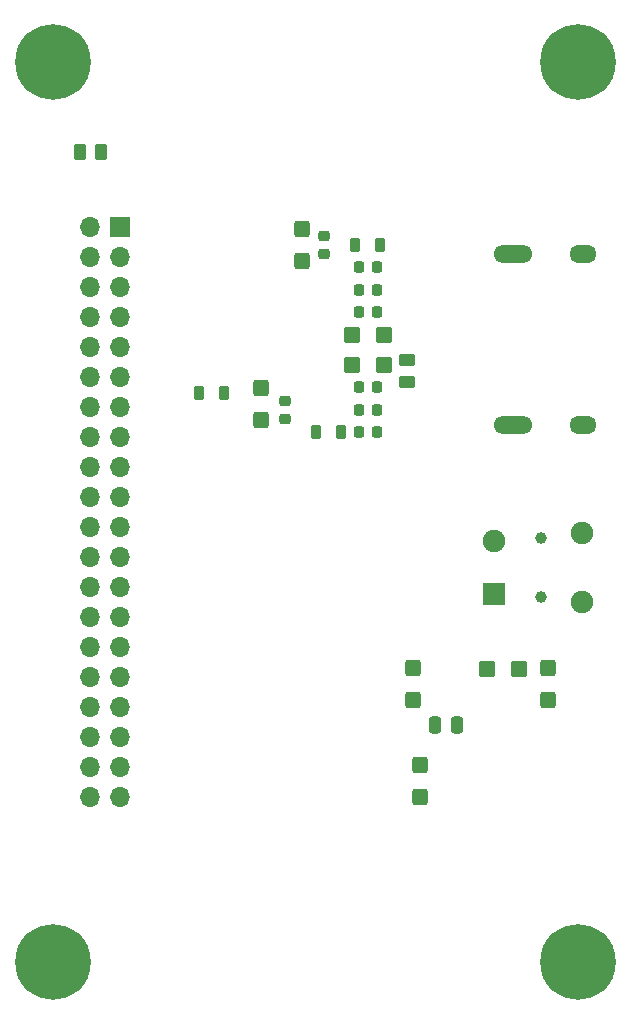
<source format=gbr>
%TF.GenerationSoftware,KiCad,Pcbnew,9.0.2+1*%
%TF.CreationDate,2025-07-26T23:59:44+01:00*%
%TF.ProjectId,ICE40HXDevBoardHDMI,49434534-3048-4584-9465-76426f617264,rev?*%
%TF.SameCoordinates,Original*%
%TF.FileFunction,Soldermask,Bot*%
%TF.FilePolarity,Negative*%
%FSLAX46Y46*%
G04 Gerber Fmt 4.6, Leading zero omitted, Abs format (unit mm)*
G04 Created by KiCad (PCBNEW 9.0.2+1) date 2025-07-26 23:59:44*
%MOMM*%
%LPD*%
G01*
G04 APERTURE LIST*
G04 Aperture macros list*
%AMRoundRect*
0 Rectangle with rounded corners*
0 $1 Rounding radius*
0 $2 $3 $4 $5 $6 $7 $8 $9 X,Y pos of 4 corners*
0 Add a 4 corners polygon primitive as box body*
4,1,4,$2,$3,$4,$5,$6,$7,$8,$9,$2,$3,0*
0 Add four circle primitives for the rounded corners*
1,1,$1+$1,$2,$3*
1,1,$1+$1,$4,$5*
1,1,$1+$1,$6,$7*
1,1,$1+$1,$8,$9*
0 Add four rect primitives between the rounded corners*
20,1,$1+$1,$2,$3,$4,$5,0*
20,1,$1+$1,$4,$5,$6,$7,0*
20,1,$1+$1,$6,$7,$8,$9,0*
20,1,$1+$1,$8,$9,$2,$3,0*%
G04 Aperture macros list end*
%ADD10C,1.000000*%
%ADD11R,1.900000X1.900000*%
%ADD12C,1.900000*%
%ADD13C,6.400000*%
%ADD14R,1.700000X1.700000*%
%ADD15O,1.700000X1.700000*%
%ADD16O,3.300000X1.500000*%
%ADD17O,2.300000X1.500000*%
%ADD18RoundRect,0.225000X-0.225000X-0.250000X0.225000X-0.250000X0.225000X0.250000X-0.225000X0.250000X0*%
%ADD19RoundRect,0.250000X-0.450000X-0.425000X0.450000X-0.425000X0.450000X0.425000X-0.450000X0.425000X0*%
%ADD20RoundRect,0.250000X0.250000X0.475000X-0.250000X0.475000X-0.250000X-0.475000X0.250000X-0.475000X0*%
%ADD21RoundRect,0.218750X0.218750X0.381250X-0.218750X0.381250X-0.218750X-0.381250X0.218750X-0.381250X0*%
%ADD22RoundRect,0.218750X-0.218750X-0.381250X0.218750X-0.381250X0.218750X0.381250X-0.218750X0.381250X0*%
%ADD23RoundRect,0.250000X-0.425000X0.450000X-0.425000X-0.450000X0.425000X-0.450000X0.425000X0.450000X0*%
%ADD24RoundRect,0.250000X-0.262500X-0.450000X0.262500X-0.450000X0.262500X0.450000X-0.262500X0.450000X0*%
%ADD25RoundRect,0.250000X0.425000X-0.450000X0.425000X0.450000X-0.425000X0.450000X-0.425000X-0.450000X0*%
%ADD26RoundRect,0.225000X0.250000X-0.225000X0.250000X0.225000X-0.250000X0.225000X-0.250000X-0.225000X0*%
%ADD27RoundRect,0.225000X-0.250000X0.225000X-0.250000X-0.225000X0.250000X-0.225000X0.250000X0.225000X0*%
%ADD28RoundRect,0.250000X-0.450000X0.262500X-0.450000X-0.262500X0.450000X-0.262500X0.450000X0.262500X0*%
G04 APERTURE END LIST*
D10*
%TO.C,J2*%
X123865000Y-115149000D03*
X123865000Y-110149000D03*
D11*
X119865000Y-114899000D03*
D12*
X119865000Y-110399000D03*
X127365000Y-115549000D03*
X127365000Y-109749000D03*
%TD*%
D13*
%TO.C,H4*%
X127000000Y-146050000D03*
%TD*%
%TO.C,H3*%
X82550000Y-146050000D03*
%TD*%
D14*
%TO.C,J1*%
X88265000Y-83820000D03*
D15*
X85725000Y-83820000D03*
X88265000Y-86360000D03*
X85725000Y-86360000D03*
X88265000Y-88900000D03*
X85725000Y-88900000D03*
X88265000Y-91440000D03*
X85725000Y-91440000D03*
X88265000Y-93980000D03*
X85725000Y-93980000D03*
X88265000Y-96520000D03*
X85725000Y-96520000D03*
X88265000Y-99060000D03*
X85725000Y-99060000D03*
X88265000Y-101600000D03*
X85725000Y-101600000D03*
X88265000Y-104140000D03*
X85725000Y-104140000D03*
X88265000Y-106680000D03*
X85725000Y-106680000D03*
X88265000Y-109220000D03*
X85725000Y-109220000D03*
X88265000Y-111760000D03*
X85725000Y-111760000D03*
X88265000Y-114300000D03*
X85725000Y-114300000D03*
X88265000Y-116840000D03*
X85725000Y-116840000D03*
X88265000Y-119380000D03*
X85725000Y-119380000D03*
X88265000Y-121920000D03*
X85725000Y-121920000D03*
X88265000Y-124460000D03*
X85725000Y-124460000D03*
X88265000Y-127000000D03*
X85725000Y-127000000D03*
X88265000Y-129540000D03*
X85725000Y-129540000D03*
X88265000Y-132080000D03*
X85725000Y-132080000D03*
%TD*%
D16*
%TO.C,J3*%
X121485000Y-86084000D03*
X121485000Y-100584000D03*
D17*
X127445000Y-86084000D03*
X127445000Y-100584000D03*
%TD*%
D13*
%TO.C,H2*%
X127000000Y-69850000D03*
%TD*%
%TO.C,H1*%
X82550000Y-69850000D03*
%TD*%
D18*
%TO.C,C19*%
X108445000Y-91059000D03*
X109995000Y-91059000D03*
%TD*%
D19*
%TO.C,C1*%
X119300000Y-121285000D03*
X122000000Y-121285000D03*
%TD*%
D20*
%TO.C,C27*%
X116774000Y-125984000D03*
X114874000Y-125984000D03*
%TD*%
D21*
%TO.C,FB4*%
X106980500Y-101219000D03*
X104855500Y-101219000D03*
%TD*%
D22*
%TO.C,FB5*%
X108157500Y-85344000D03*
X110282500Y-85344000D03*
%TD*%
D23*
%TO.C,C14*%
X100203000Y-97456000D03*
X100203000Y-100156000D03*
%TD*%
D24*
%TO.C,R8*%
X84812500Y-77470000D03*
X86637500Y-77470000D03*
%TD*%
D18*
%TO.C,C12*%
X108445000Y-99314000D03*
X109995000Y-99314000D03*
%TD*%
D25*
%TO.C,C13*%
X103632000Y-86694000D03*
X103632000Y-83994000D03*
%TD*%
D23*
%TO.C,C4*%
X113625000Y-129380000D03*
X113625000Y-132080000D03*
%TD*%
D18*
%TO.C,C22*%
X108445000Y-87249000D03*
X109995000Y-87249000D03*
%TD*%
D26*
%TO.C,C16*%
X105537000Y-86119000D03*
X105537000Y-84569000D03*
%TD*%
D19*
%TO.C,C11*%
X107870000Y-95504000D03*
X110570000Y-95504000D03*
%TD*%
D25*
%TO.C,C23*%
X113030000Y-123905000D03*
X113030000Y-121205000D03*
%TD*%
D21*
%TO.C,FB2*%
X97074500Y-97917000D03*
X94949500Y-97917000D03*
%TD*%
D27*
%TO.C,C15*%
X102235000Y-98539000D03*
X102235000Y-100089000D03*
%TD*%
D25*
%TO.C,C30*%
X124460000Y-123905000D03*
X124460000Y-121205000D03*
%TD*%
D18*
%TO.C,C18*%
X108445000Y-89154000D03*
X109995000Y-89154000D03*
%TD*%
%TO.C,C20*%
X108445000Y-97409000D03*
X109995000Y-97409000D03*
%TD*%
D28*
%TO.C,R7*%
X112522000Y-95099500D03*
X112522000Y-96924500D03*
%TD*%
D19*
%TO.C,C17*%
X107870000Y-92964000D03*
X110570000Y-92964000D03*
%TD*%
D18*
%TO.C,C21*%
X108445000Y-101219000D03*
X109995000Y-101219000D03*
%TD*%
M02*

</source>
